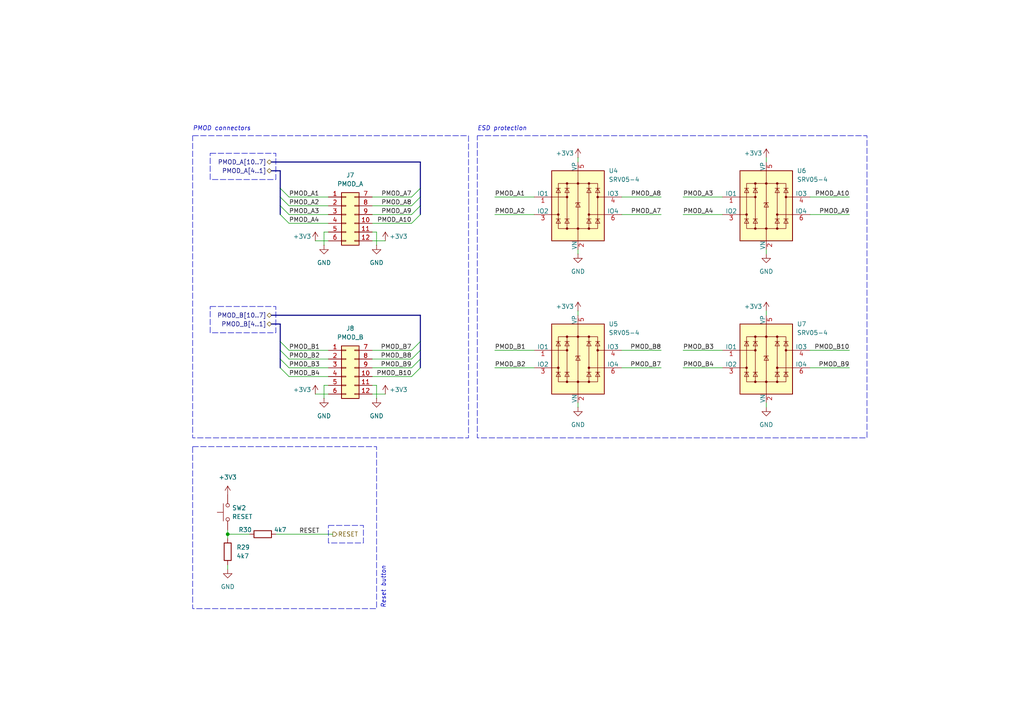
<source format=kicad_sch>
(kicad_sch (version 20250114) (generator "eeschema") (generator_version "9.0")
  (paper "A4")
  (title_block (title "nuku.carrier.template.basic") (date "2025-06-28") (rev "0") (company "Samuel López Asunción") (comment 1 "@supersmau"))
  (lib_symbols
    (symbol "Connector_Generic:Conn_02x06_Top_Bottom" (pin_names (offset 1.016) (hide yes))
      (property "Reference" "J" (at 1.27 7.62 0))
      (property "Value" "Conn_02x06_Top_Bottom" (at 1.27 -10.16 0))
      (symbol "Conn_02x06_Top_Bottom_1_1"
        (rectangle (start -1.27 6.35) (end 3.81 -8.89) (stroke (width 0.254)) (fill (type background)))
        (rectangle (start -1.27 5.207) (end 0 4.953) (stroke (width 0.1524)))
        (rectangle (start -1.27 2.667) (end 0 2.413) (stroke (width 0.1524)))
        (rectangle (start -1.27 0.127) (end 0 -0.127) (stroke (width 0.1524)))
        (rectangle (start -1.27 -2.413) (end 0 -2.667) (stroke (width 0.1524)))
        (rectangle (start -1.27 -4.953) (end 0 -5.207) (stroke (width 0.1524)))
        (rectangle (start -1.27 -7.493) (end 0 -7.747) (stroke (width 0.1524)))
        (rectangle (start 3.81 5.207) (end 2.54 4.953) (stroke (width 0.1524)))
        (rectangle (start 3.81 2.667) (end 2.54 2.413) (stroke (width 0.1524)))
        (rectangle (start 3.81 0.127) (end 2.54 -0.127) (stroke (width 0.1524)))
        (rectangle (start 3.81 -2.413) (end 2.54 -2.667) (stroke (width 0.1524)))
        (rectangle (start 3.81 -4.953) (end 2.54 -5.207) (stroke (width 0.1524)))
        (rectangle (start 3.81 -7.493) (end 2.54 -7.747) (stroke (width 0.1524)))
        (pin passive line (at -5.08 5.08 0) (length 3.81) (name "Pin_1") (number "1"))
        (pin passive line (at -5.08 2.54 0) (length 3.81) (name "Pin_2") (number "2"))
        (pin passive line (at -5.08 0 0) (length 3.81) (name "Pin_3") (number "3"))
        (pin passive line (at -5.08 -2.54 0) (length 3.81) (name "Pin_4") (number "4"))
        (pin passive line (at -5.08 -5.08 0) (length 3.81) (name "Pin_5") (number "5"))
        (pin passive line (at -5.08 -7.62 0) (length 3.81) (name "Pin_6") (number "6"))
        (pin passive line (at 7.62 5.08 180) (length 3.81) (name "Pin_7") (number "7"))
        (pin passive line (at 7.62 2.54 180) (length 3.81) (name "Pin_8") (number "8"))
        (pin passive line (at 7.62 0 180) (length 3.81) (name "Pin_9") (number "9"))
        (pin passive line (at 7.62 -2.54 180) (length 3.81) (name "Pin_10") (number "10"))
        (pin passive line (at 7.62 -5.08 180) (length 3.81) (name "Pin_11") (number "11"))
        (pin passive line (at 7.62 -7.62 180) (length 3.81) (name "Pin_12") (number "12"))
      )
    )
    (symbol "Device:R" (pin_numbers (hide yes)) (pin_names (offset 0))
      (property "Reference" "R" (at 2.032 0 90))
      (property "Value" "R" (at 0 0 90))
      (symbol "R_0_1"
        (rectangle (start -1.016 -2.54) (end 1.016 2.54) (stroke (width 0.254)))
      )
      (symbol "R_1_1"
        (pin passive line (at 0 3.81 270) (length 1.27) (name "~") (number "1"))
        (pin passive line (at 0 -3.81 90) (length 1.27) (name "~") (number "2"))
      )
    )
    (symbol "Power_Protection:SRV05-4" (pin_names (offset 0))
      (property "Reference" "U" (at -5.08 11.43 0))
      (property "Value" "SRV05-4" (at 2.54 11.43 0))
      (symbol "SRV05-4_0_0"
        (rectangle (start -5.715 6.477) (end 5.715 -6.604))
        (polyline (pts (xy -3.175 -6.604) (xy -3.175 6.477)))
        (polyline (pts (xy 3.175 6.477) (xy 3.175 -6.604)))
      )
      (symbol "SRV05-4_0_1"
        (polyline (pts (xy -7.747 2.54) (xy -3.175 2.54)))
        (rectangle (start -7.62 10.16) (end 7.62 -10.16) (stroke (width 0.254)) (fill (type background)))
        (polyline (pts (xy -7.62 -2.54) (xy -5.715 -2.54)))
        (circle (center -5.715 -2.54) (radius 0.2794) (fill (type outline)))
        (polyline (pts (xy -5.08 5.08) (xy -6.35 5.08)))
        (polyline (pts (xy -5.08 3.81) (xy -6.35 3.81) (xy -5.715 5.08) (xy -5.08 3.81)))
        (polyline (pts (xy -5.08 -3.81) (xy -6.35 -3.81)))
        (polyline (pts (xy -5.08 -5.08) (xy -6.35 -5.08) (xy -5.715 -3.81) (xy -5.08 -5.08)))
        (circle (center -3.175 6.477) (radius 0.2794) (fill (type outline)))
        (circle (center -3.175 2.54) (radius 0.2794) (fill (type outline)))
        (circle (center -3.175 -6.604) (radius 0.2794) (fill (type outline)))
        (polyline (pts (xy -2.54 5.08) (xy -3.81 5.08)))
        (polyline (pts (xy -2.54 3.81) (xy -3.81 3.81) (xy -3.175 5.08) (xy -2.54 3.81)))
        (polyline (pts (xy -2.54 -3.81) (xy -3.81 -3.81)))
        (polyline (pts (xy -2.54 -5.08) (xy -3.81 -5.08) (xy -3.175 -3.81) (xy -2.54 -5.08)))
        (polyline (pts (xy 0 10.16) (xy 0 -10.16)))
        (circle (center 0 6.477) (radius 0.2794) (fill (type outline)))
        (circle (center 0 -6.604) (radius 0.2794) (fill (type outline)))
        (polyline (pts (xy 0.635 0.889) (xy -0.635 0.889) (xy -0.635 0.635)))
        (polyline (pts (xy 0.635 -0.381) (xy -0.635 -0.381) (xy 0 0.889) (xy 0.635 -0.381)))
        (circle (center 3.175 6.477) (radius 0.2794) (fill (type outline)))
        (circle (center 3.175 -2.54) (radius 0.2794) (fill (type outline)))
        (circle (center 3.175 -6.604) (radius 0.2794) (fill (type outline)))
        (polyline (pts (xy 3.81 5.08) (xy 2.54 5.08)))
        (polyline (pts (xy 3.81 3.81) (xy 2.54 3.81) (xy 3.175 5.08) (xy 3.81 3.81)))
        (polyline (pts (xy 3.81 -3.81) (xy 2.54 -3.81)))
        (polyline (pts (xy 3.81 -5.08) (xy 2.54 -5.08) (xy 3.175 -3.81) (xy 3.81 -5.08)))
        (circle (center 5.715 2.54) (radius 0.2794) (fill (type outline)))
        (polyline (pts (xy 6.35 5.08) (xy 5.08 5.08)))
        (polyline (pts (xy 6.35 3.81) (xy 5.08 3.81) (xy 5.715 5.08) (xy 6.35 3.81)))
        (polyline (pts (xy 6.35 -3.81) (xy 5.08 -3.81)))
        (polyline (pts (xy 6.35 -5.08) (xy 5.08 -5.08) (xy 5.715 -3.81) (xy 6.35 -5.08)))
        (polyline (pts (xy 7.62 2.54) (xy 5.715 2.54)))
        (polyline (pts (xy 7.62 -2.54) (xy 3.175 -2.54)))
      )
      (symbol "SRV05-4_1_1"
        (pin passive line (at -12.7 2.54 0) (length 5.08) (name "IO1") (number "1"))
        (pin passive line (at -12.7 -2.54 0) (length 5.08) (name "IO2") (number "3"))
        (pin passive line (at 0 12.7 270) (length 2.54) (name "VP") (number "5"))
        (pin passive line (at 0 -12.7 90) (length 2.54) (name "VN") (number "2"))
        (pin passive line (at 12.7 2.54 180) (length 5.08) (name "IO3") (number "4"))
        (pin passive line (at 12.7 -2.54 180) (length 5.08) (name "IO4") (number "6"))
      )
    )
    (symbol "Switch:SW_Push" (pin_numbers (hide yes)) (pin_names (offset 1.016) (hide yes))
      (property "Reference" "SW" (at 1.27 2.54 0))
      (property "Value" "SW_Push" (at 0 -1.524 0))
      (symbol "SW_Push_0_1"
        (circle (center -2.032 0) (radius 0.508))
        (polyline (pts (xy 0 1.27) (xy 0 3.048)))
        (circle (center 2.032 0) (radius 0.508))
        (polyline (pts (xy 2.54 1.27) (xy -2.54 1.27)))
        (pin passive line (at -5.08 0 0) (length 2.54) (name "1") (number "1"))
        (pin passive line (at 5.08 0 180) (length 2.54) (name "2") (number "2"))
      )
    )
    (symbol "power:GND" (power) (pin_numbers (hide yes)) (pin_names (offset 0) (hide yes))
      (property "Value" "GND" (at 0 -3.81 0))
      (symbol "GND_0_1"
        (polyline (pts (xy 0 0) (xy 0 -1.27) (xy 1.27 -1.27) (xy 0 -2.54) (xy -1.27 -1.27) (xy 0 -1.27)))
      )
      (symbol "GND_1_1"
        (pin power_in line (at 0 0 270) (length 0) (name "~") (number "1"))
      )
    )
    (symbol "power:VCC" (power) (pin_numbers (hide yes)) (pin_names (offset 0) (hide yes))
      (property "Value" "VCC" (at 0 3.556 0))
      (symbol "VCC_0_1"
        (polyline (pts (xy -0.762 1.27) (xy 0 2.54)))
        (polyline (pts (xy 0 2.54) (xy 0.762 1.27)))
        (polyline (pts (xy 0 0) (xy 0 2.54)))
      )
      (symbol "VCC_1_1"
        (pin power_in line (at 0 0 90) (length 0) (name "~") (number "1"))
      )
    )
  )
  (rectangle (start 138.43 39.37) (end 251.46 127) (stroke (width 0) (type dash)))
  (rectangle (start 60.96 88.9) (end 80.01 96.52) (stroke (width 0) (type dash)))
  (rectangle (start 60.96 44.45) (end 80.01 52.07) (stroke (width 0) (type dash)))
  (rectangle (start 95.25 152.4) (end 105.41 157.48) (stroke (width 0) (type dash)))
  (rectangle (start 55.88 39.37) (end 135.89 127) (stroke (width 0) (type dash)))
  (rectangle (start 55.88 129.54) (end 109.22 176.53) (stroke (width 0) (type dash)))
  (text "ESD protection" (at 138.43 38.1 0) (effects (font (size 1.27 1.27) (italic yes)) (justify left bottom)))
  (text "Reset button" (at 110.49 176.53 90) (effects (font (size 1.27 1.27) (italic yes)) (justify left top)))
  (text "PMOD connectors" (at 55.88 38.1 0) (effects (font (size 1.27 1.27) (italic yes)) (justify left bottom)))
  (junction (at 66.04 154.94))
  (bus_entry (at 83.82 62.23) (size -2.54 -2.54))
  (bus_entry (at 119.38 101.6) (size 2.54 -2.54))
  (bus_entry (at 83.82 109.22) (size -2.54 -2.54))
  (bus_entry (at 83.82 57.15) (size -2.54 -2.54))
  (bus_entry (at 119.38 106.68) (size 2.54 -2.54))
  (bus_entry (at 83.82 106.68) (size -2.54 -2.54))
  (bus_entry (at 119.38 104.14) (size 2.54 -2.54))
  (bus_entry (at 119.38 64.77) (size 2.54 -2.54))
  (bus_entry (at 119.38 109.22) (size 2.54 -2.54))
  (bus_entry (at 119.38 62.23) (size 2.54 -2.54))
  (bus_entry (at 119.38 57.15) (size 2.54 -2.54))
  (bus_entry (at 83.82 104.14) (size -2.54 -2.54))
  (bus_entry (at 83.82 101.6) (size -2.54 -2.54))
  (bus_entry (at 83.82 64.77) (size -2.54 -2.54))
  (bus_entry (at 119.38 59.69) (size 2.54 -2.54))
  (bus_entry (at 83.82 59.69) (size -2.54 -2.54))
  (wire (pts (xy 234.95 101.6) (xy 246.38 101.6)))
  (bus (pts (xy 81.28 57.15) (xy 81.28 59.69)))
  (wire (pts (xy 83.82 104.14) (xy 95.25 104.14)))
  (wire (pts (xy 83.82 59.69) (xy 95.25 59.69)))
  (bus (pts (xy 78.74 93.98) (xy 81.28 93.98)))
  (wire (pts (xy 143.51 106.68) (xy 154.94 106.68)))
  (wire (pts (xy 66.04 154.94) (xy 66.04 156.21)))
  (wire (pts (xy 198.12 101.6) (xy 209.55 101.6)))
  (wire (pts (xy 107.95 106.68) (xy 119.38 106.68)))
  (wire (pts (xy 107.95 109.22) (xy 119.38 109.22)))
  (wire (pts (xy 83.82 109.22) (xy 95.25 109.22)))
  (wire (pts (xy 66.04 153.67) (xy 66.04 154.94)))
  (wire (pts (xy 107.95 104.14) (xy 119.38 104.14)))
  (bus (pts (xy 81.28 101.6) (xy 81.28 104.14)))
  (bus (pts (xy 81.28 99.06) (xy 81.28 101.6)))
  (wire (pts (xy 107.95 59.69) (xy 119.38 59.69)))
  (bus (pts (xy 121.92 59.69) (xy 121.92 57.15)))
  (wire (pts (xy 91.44 69.85) (xy 95.25 69.85)))
  (wire (pts (xy 109.22 71.12) (xy 109.22 67.31)))
  (wire (pts (xy 222.25 90.17) (xy 222.25 91.44)))
  (wire (pts (xy 143.51 101.6) (xy 154.94 101.6)))
  (wire (pts (xy 222.25 118.11) (xy 222.25 116.84)))
  (wire (pts (xy 180.34 62.23) (xy 191.77 62.23)))
  (wire (pts (xy 83.82 57.15) (xy 95.25 57.15)))
  (wire (pts (xy 143.51 57.15) (xy 154.94 57.15)))
  (wire (pts (xy 83.82 101.6) (xy 95.25 101.6)))
  (bus (pts (xy 121.92 57.15) (xy 121.92 54.61)))
  (bus (pts (xy 81.28 93.98) (xy 81.28 99.06)))
  (wire (pts (xy 83.82 62.23) (xy 95.25 62.23)))
  (wire (pts (xy 109.22 115.57) (xy 109.22 111.76)))
  (wire (pts (xy 107.95 57.15) (xy 119.38 57.15)))
  (bus (pts (xy 81.28 59.69) (xy 81.28 62.23)))
  (wire (pts (xy 167.64 45.72) (xy 167.64 46.99)))
  (wire (pts (xy 167.64 73.66) (xy 167.64 72.39)))
  (wire (pts (xy 66.04 154.94) (xy 72.39 154.94)))
  (wire (pts (xy 198.12 57.15) (xy 209.55 57.15)))
  (wire (pts (xy 198.12 62.23) (xy 209.55 62.23)))
  (wire (pts (xy 109.22 67.31) (xy 107.95 67.31)))
  (wire (pts (xy 234.95 106.68) (xy 246.38 106.68)))
  (wire (pts (xy 222.25 73.66) (xy 222.25 72.39)))
  (bus (pts (xy 121.92 46.99) (xy 121.92 54.61)))
  (wire (pts (xy 83.82 64.77) (xy 95.25 64.77)))
  (wire (pts (xy 222.25 45.72) (xy 222.25 46.99)))
  (wire (pts (xy 234.95 57.15) (xy 246.38 57.15)))
  (wire (pts (xy 93.98 71.12) (xy 93.98 67.31)))
  (wire (pts (xy 198.12 106.68) (xy 209.55 106.68)))
  (bus (pts (xy 78.74 49.53) (xy 81.28 49.53)))
  (wire (pts (xy 109.22 111.76) (xy 107.95 111.76)))
  (bus (pts (xy 81.28 54.61) (xy 81.28 57.15)))
  (wire (pts (xy 93.98 115.57) (xy 93.98 111.76)))
  (wire (pts (xy 180.34 101.6) (xy 191.77 101.6)))
  (bus (pts (xy 78.74 46.99) (xy 121.92 46.99)))
  (wire (pts (xy 107.95 64.77) (xy 119.38 64.77)))
  (wire (pts (xy 107.95 101.6) (xy 119.38 101.6)))
  (wire (pts (xy 83.82 106.68) (xy 95.25 106.68)))
  (wire (pts (xy 143.51 62.23) (xy 154.94 62.23)))
  (bus (pts (xy 121.92 101.6) (xy 121.92 99.06)))
  (wire (pts (xy 91.44 114.3) (xy 95.25 114.3)))
  (bus (pts (xy 81.28 49.53) (xy 81.28 54.61)))
  (bus (pts (xy 121.92 91.44) (xy 121.92 99.06)))
  (wire (pts (xy 66.04 163.83) (xy 66.04 165.1)))
  (wire (pts (xy 111.76 114.3) (xy 107.95 114.3)))
  (bus (pts (xy 78.74 91.44) (xy 121.92 91.44)))
  (bus (pts (xy 121.92 62.23) (xy 121.92 59.69)))
  (wire (pts (xy 180.34 106.68) (xy 191.77 106.68)))
  (bus (pts (xy 121.92 106.68) (xy 121.92 104.14)))
  (wire (pts (xy 93.98 111.76) (xy 95.25 111.76)))
  (wire (pts (xy 167.64 90.17) (xy 167.64 91.44)))
  (bus (pts (xy 121.92 104.14) (xy 121.92 101.6)))
  (wire (pts (xy 80.01 154.94) (xy 96.52 154.94)))
  (wire (pts (xy 167.64 118.11) (xy 167.64 116.84)))
  (wire (pts (xy 111.76 69.85) (xy 107.95 69.85)))
  (wire (pts (xy 234.95 62.23) (xy 246.38 62.23)))
  (wire (pts (xy 180.34 57.15) (xy 191.77 57.15)))
  (wire (pts (xy 107.95 62.23) (xy 119.38 62.23)))
  (wire (pts (xy 93.98 67.31) (xy 95.25 67.31)))
  (bus (pts (xy 81.28 104.14) (xy 81.28 106.68)))
  (label "PMOD_B4" (at 83.82 109.22 0))
  (label "PMOD_A2" (at 83.82 59.69 0))
  (label "PMOD_B8" (at 119.38 104.14 180))
  (label "PMOD_B9" (at 246.38 106.68 180))
  (label "PMOD_B1" (at 83.82 101.6 0))
  (label "PMOD_B2" (at 143.51 106.68 0))
  (label "PMOD_A2" (at 143.51 62.23 0))
  (label "PMOD_A3" (at 198.12 57.15 0))
  (label "PMOD_B10" (at 119.38 109.22 180))
  (label "PMOD_B4" (at 198.12 106.68 0))
  (label "PMOD_A9" (at 246.38 62.23 180))
  (label "PMOD_B3" (at 83.82 106.68 0))
  (label "PMOD_A8" (at 119.38 59.69 180))
  (label "PMOD_A10" (at 246.38 57.15 180))
  (label "RESET" (at 92.71 154.94 180))
  (label "PMOD_B3" (at 198.12 101.6 0))
  (label "PMOD_A4" (at 198.12 62.23 0))
  (label "PMOD_B8" (at 191.77 101.6 180))
  (label "PMOD_A7" (at 191.77 62.23 180))
  (label "PMOD_B2" (at 83.82 104.14 0))
  (label "PMOD_A4" (at 83.82 64.77 0))
  (label "PMOD_B7" (at 191.77 106.68 180))
  (label "PMOD_A1" (at 143.51 57.15 0))
  (label "PMOD_A7" (at 119.38 57.15 180))
  (label "PMOD_A8" (at 191.77 57.15 180))
  (label "PMOD_B9" (at 119.38 106.68 180))
  (label "PMOD_A3" (at 83.82 62.23 0))
  (label "PMOD_A10" (at 119.38 64.77 180))
  (label "PMOD_A9" (at 119.38 62.23 180))
  (label "PMOD_B7" (at 119.38 101.6 180))
  (label "PMOD_A1" (at 83.82 57.15 0))
  (label "PMOD_B1" (at 143.51 101.6 0))
  (label "PMOD_B10" (at 246.38 101.6 180))
  (hierarchical_label "PMOD_A[10..7]" (shape bidirectional) (at 78.74 46.99 180))
  (hierarchical_label "RESET" (shape output) (at 96.52 154.94 0))
  (hierarchical_label "PMOD_B[10..7]" (shape bidirectional) (at 78.74 91.44 180))
  (hierarchical_label "PMOD_A[4..1]" (shape bidirectional) (at 78.74 49.53 180))
  (hierarchical_label "PMOD_B[4..1]" (shape bidirectional) (at 78.74 93.98 180))
  (symbol (lib_id "power:VCC") (at 167.64 90.17 0) (unit 1)
    (property "Reference" "#PWR053" (effects (hide yes)))
    (property "Value" "+3V3" (at 163.83 88.9 0))
    (property "Description" "Power symbol creates a global label with name \"VCC\"" (effects (hide yes)))
  )
  (symbol (lib_id "power:VCC") (at 91.44 69.85 0) (unit 1)
    (property "Reference" "#PWR043" (effects (hide yes)))
    (property "Value" "+3V3" (at 87.63 68.58 0))
    (property "Description" "Power symbol creates a global label with name \"VCC\"" (effects (hide yes)))
  )
  (symbol (lib_id "power:GND") (at 93.98 115.57 0) (unit 1)
    (property "Reference" "#PWR046" (effects (hide yes)))
    (property "Value" "GND" (at 93.98 120.65 0))
    (property "Description" "Power symbol creates a global label with name \"GND\" , ground" (effects (hide yes)))
  )
  (symbol (lib_id "power:VCC") (at 91.44 114.3 0) (unit 1)
    (property "Reference" "#PWR044" (effects (hide yes)))
    (property "Value" "+3V3" (at 87.63 113.03 0))
    (property "Description" "Power symbol creates a global label with name \"VCC\"" (effects (hide yes)))
  )
  (symbol (lib_id "power:GND") (at 109.22 71.12 0) (mirror y) (unit 1)
    (property "Reference" "#PWR047" (effects (hide yes)))
    (property "Value" "GND" (at 109.22 76.2 0))
    (property "Description" "Power symbol creates a global label with name \"GND\" , ground" (effects (hide yes)))
  )
  (symbol (lib_id "Power_Protection:SRV05-4") (at 222.25 104.14 0) (unit 1)
    (property "Reference" "U7" (at 231.14 93.98 0) (effects (justify left)))
    (property "Value" "SRV05-4" (at 231.14 96.52 0) (effects (justify left)))
    (property "Footprint" "Package_TO_SOT_SMD:SOT-23-6" (effects (hide yes)))
    (property "Datasheet" "http://www.onsemi.com/pub/Collateral/SRV05-4-D.PDF" (effects (hide yes)))
    (property "Description" "ESD Protection Diodes with Low Clamping Voltage, SOT-23-6" (effects (hide yes)))
    (property "LCSC" "C7420376" (effects (hide yes)))
  )
  (symbol (lib_id "power:GND") (at 167.64 118.11 0) (unit 1)
    (property "Reference" "#PWR054" (effects (hide yes)))
    (property "Value" "GND" (at 167.64 123.19 0))
    (property "Description" "Power symbol creates a global label with name \"GND\" , ground" (effects (hide yes)))
  )
  (symbol (lib_id "Power_Protection:SRV05-4") (at 167.64 104.14 0) (unit 1)
    (property "Reference" "U5" (at 176.53 93.98 0) (effects (justify left)))
    (property "Value" "SRV05-4" (at 176.53 96.52 0) (effects (justify left)))
    (property "Footprint" "Package_TO_SOT_SMD:SOT-23-6" (effects (hide yes)))
    (property "Datasheet" "http://www.onsemi.com/pub/Collateral/SRV05-4-D.PDF" (effects (hide yes)))
    (property "Description" "ESD Protection Diodes with Low Clamping Voltage, SOT-23-6" (effects (hide yes)))
    (property "LCSC" "C7420376" (effects (hide yes)))
  )
  (symbol (lib_id "power:VCC") (at 222.25 45.72 0) (unit 1)
    (property "Reference" "#PWR055" (effects (hide yes)))
    (property "Value" "+3V3" (at 218.44 44.45 0))
    (property "Description" "Power symbol creates a global label with name \"VCC\"" (effects (hide yes)))
  )
  (symbol (lib_id "power:VCC") (at 111.76 69.85 0) (mirror y) (unit 1)
    (property "Reference" "#PWR049" (effects (hide yes)))
    (property "Value" "+3V3" (at 115.57 68.58 0))
    (property "Description" "Power symbol creates a global label with name \"VCC\"" (effects (hide yes)))
  )
  (symbol (lib_id "power:VCC") (at 111.76 114.3 0) (mirror y) (unit 1)
    (property "Reference" "#PWR050" (effects (hide yes)))
    (property "Value" "+3V3" (at 115.57 113.03 0))
    (property "Description" "Power symbol creates a global label with name \"VCC\"" (effects (hide yes)))
  )
  (symbol (lib_id "power:GND") (at 167.64 73.66 0) (unit 1)
    (property "Reference" "#PWR052" (effects (hide yes)))
    (property "Value" "GND" (at 167.64 78.74 0))
    (property "Description" "Power symbol creates a global label with name \"GND\" , ground" (effects (hide yes)))
  )
  (symbol (lib_id "Device:R") (at 76.2 154.94 270) (unit 1)
    (property "Reference" "R30" (at 71.12 153.67 90))
    (property "Value" "4k7" (at 81.28 153.67 90))
    (property "Footprint" "Resistor_SMD:R_0402_1005Metric" (effects (hide yes)))
    (property "Description" "Resistor" (effects (hide yes)))
    (property "LCSC" "C25900" (effects (hide yes)))
  )
  (symbol (lib_id "Switch:SW_Push") (at 66.04 148.59 90) (unit 1)
    (property "Reference" "SW2" (at 67.31 147.3199 90) (effects (justify right)))
    (property "Value" "RESET" (at 67.31 149.8599 90) (effects (justify right)))
    (property "Footprint" "nuku:TS-1088-AR02016" (effects (hide yes)))
    (property "Datasheet" "https://jlcpcb.com/api/file/downloadByFileSystemAccessId/8588886944068096000" (effects (hide yes)))
    (property "Description" "Without 50mA 4mm 100MΩ 100000 Times 12V 160gf 3mm 2mm Round Button Standing paste SPST SMD Tactile Switches ROHS" (effects (hide yes)))
    (property "LCSC" "C720477" (effects (hide yes)))
  )
  (symbol (lib_id "power:VCC") (at 66.04 143.51 0) (unit 1)
    (property "Reference" "#PWR041" (effects (hide yes)))
    (property "Value" "+3V3" (at 66.04 138.43 0))
    (property "Description" "Power symbol creates a global label with name \"VCC\"" (effects (hide yes)))
  )
  (symbol (lib_id "power:GND") (at 222.25 118.11 0) (unit 1)
    (property "Reference" "#PWR058" (effects (hide yes)))
    (property "Value" "GND" (at 222.25 123.19 0))
    (property "Description" "Power symbol creates a global label with name \"GND\" , ground" (effects (hide yes)))
  )
  (symbol (lib_id "Connector_Generic:Conn_02x06_Top_Bottom") (at 100.33 62.23 0) (unit 1)
    (property "Reference" "J7" (at 101.6 50.8 0))
    (property "Value" "PMOD_A" (at 101.6 53.34 0))
    (property "Footprint" "nuku:PMOD_PinSocket_2x06_P2.54mm_Horizontal" (effects (hide yes)))
    (property "Description" "Generic connector, double row, 02x06, top/bottom pin numbering scheme (row 1: 1...pins_per_row, row2: pins_per_row+1 ... num_pins), script generated (kicad-library-utils/schlib/autogen/connector/)" (effects (hide yes)))
    (property "LCSC" "C2936003" (effects (hide yes)))
  )
  (symbol (lib_id "power:GND") (at 222.25 73.66 0) (unit 1)
    (property "Reference" "#PWR056" (effects (hide yes)))
    (property "Value" "GND" (at 222.25 78.74 0))
    (property "Description" "Power symbol creates a global label with name \"GND\" , ground" (effects (hide yes)))
  )
  (symbol (lib_id "power:GND") (at 66.04 165.1 0) (unit 1)
    (property "Reference" "#PWR042" (effects (hide yes)))
    (property "Value" "GND" (at 66.04 170.18 0))
    (property "Description" "Power symbol creates a global label with name \"GND\" , ground" (effects (hide yes)))
  )
  (symbol (lib_id "power:GND") (at 109.22 115.57 0) (mirror y) (unit 1)
    (property "Reference" "#PWR048" (effects (hide yes)))
    (property "Value" "GND" (at 109.22 120.65 0))
    (property "Description" "Power symbol creates a global label with name \"GND\" , ground" (effects (hide yes)))
  )
  (symbol (lib_id "Power_Protection:SRV05-4") (at 222.25 59.69 0) (unit 1)
    (property "Reference" "U6" (at 231.14 49.53 0) (effects (justify left)))
    (property "Value" "SRV05-4" (at 231.14 52.07 0) (effects (justify left)))
    (property "Footprint" "Package_TO_SOT_SMD:SOT-23-6" (effects (hide yes)))
    (property "Datasheet" "http://www.onsemi.com/pub/Collateral/SRV05-4-D.PDF" (effects (hide yes)))
    (property "Description" "ESD Protection Diodes with Low Clamping Voltage, SOT-23-6" (effects (hide yes)))
    (property "LCSC" "C7420376" (effects (hide yes)))
  )
  (symbol (lib_id "power:VCC") (at 167.64 45.72 0) (unit 1)
    (property "Reference" "#PWR051" (effects (hide yes)))
    (property "Value" "+3V3" (at 163.83 44.45 0))
    (property "Description" "Power symbol creates a global label with name \"VCC\"" (effects (hide yes)))
  )
  (symbol (lib_id "Connector_Generic:Conn_02x06_Top_Bottom") (at 100.33 106.68 0) (unit 1)
    (property "Reference" "J8" (at 101.6 95.25 0))
    (property "Value" "PMOD_B" (at 101.6 97.79 0))
    (property "Footprint" "nuku:PMOD_PinSocket_2x06_P2.54mm_Horizontal" (effects (hide yes)))
    (property "Description" "Generic connector, double row, 02x06, top/bottom pin numbering scheme (row 1: 1...pins_per_row, row2: pins_per_row+1 ... num_pins), script generated (kicad-library-utils/schlib/autogen/connector/)" (effects (hide yes)))
    (property "LCSC" "C2936003" (effects (hide yes)))
  )
  (symbol (lib_id "power:GND") (at 93.98 71.12 0) (unit 1)
    (property "Reference" "#PWR045" (effects (hide yes)))
    (property "Value" "GND" (at 93.98 76.2 0))
    (property "Description" "Power symbol creates a global label with name \"GND\" , ground" (effects (hide yes)))
  )
  (symbol (lib_id "power:VCC") (at 222.25 90.17 0) (unit 1)
    (property "Reference" "#PWR057" (effects (hide yes)))
    (property "Value" "+3V3" (at 218.44 88.9 0))
    (property "Description" "Power symbol creates a global label with name \"VCC\"" (effects (hide yes)))
  )
  (symbol (lib_id "Power_Protection:SRV05-4") (at 167.64 59.69 0) (unit 1)
    (property "Reference" "U4" (at 176.53 49.53 0) (effects (justify left)))
    (property "Value" "SRV05-4" (at 176.53 52.07 0) (effects (justify left)))
    (property "Footprint" "Package_TO_SOT_SMD:SOT-23-6" (effects (hide yes)))
    (property "Datasheet" "http://www.onsemi.com/pub/Collateral/SRV05-4-D.PDF" (effects (hide yes)))
    (property "Description" "ESD Protection Diodes with Low Clamping Voltage, SOT-23-6" (effects (hide yes)))
    (property "LCSC" "C7420376" (effects (hide yes)))
  )
  (symbol (lib_id "Device:R") (at 66.04 160.02 180) (unit 1)
    (property "Reference" "R29" (at 68.58 158.7499 0) (effects (justify right)))
    (property "Value" "4k7" (at 68.58 161.2899 0) (effects (justify right)))
    (property "Footprint" "Resistor_SMD:R_0402_1005Metric" (effects (hide yes)))
    (property "Description" "Resistor" (effects (hide yes)))
    (property "LCSC" "C25900" (effects (hide yes)))
  )
)
</source>
